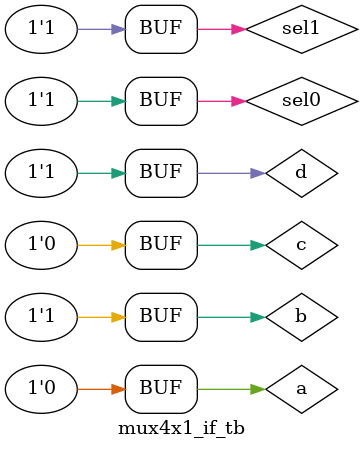
<source format=v>
module mux2x1_using_if (
    input a,b,sel,output reg y
);
    // integer a=1;b=0;
    always @(a,b,sel) begin
        if(sel) begin
            y = b;
        end
        else begin
            y = a;
        end
    end
endmodule

module mux4x1 (
    input a,b,c,d,sel0,sel1,output  y
);
    wire y0,y1;
    mux2x1_using_if a1(a,b,sel1,y0);
    mux2x1_using_if a2(c,d,sel1,y1);
    mux2x1_using_if a3(y0,y1,sel0,y);
endmodule

//mux2x1 tb
module mux2x1_using_if_tb (
    
);
    reg a,b,sel;
    wire y;

    initial begin
        a=1'b1;b=1'b0;
        sel=0;
        #10;
        sel=1;
    end

    mux2x1_using_if a1(a,b,sel,y);
endmodule

module mux4x1_if_tb (
    
);
    reg a,b,c,d,sel0,sel1;
    wire y;
    initial begin
        {a,b,c,d}= 4'b0101;//>>> concatination doesnt work like this
        // a=1'b0;b=1'b1;c=1'b0;d=1'b1;
        sel0=0;sel1=0;#10;
        sel0=0;sel1=1;#10;
        sel0=1;sel1=0;#10;
        sel0=1;sel1=1;#10;
    end
    mux4x1 a1(a,b,c,d,sel0,sel1, y);
endmodule

</source>
